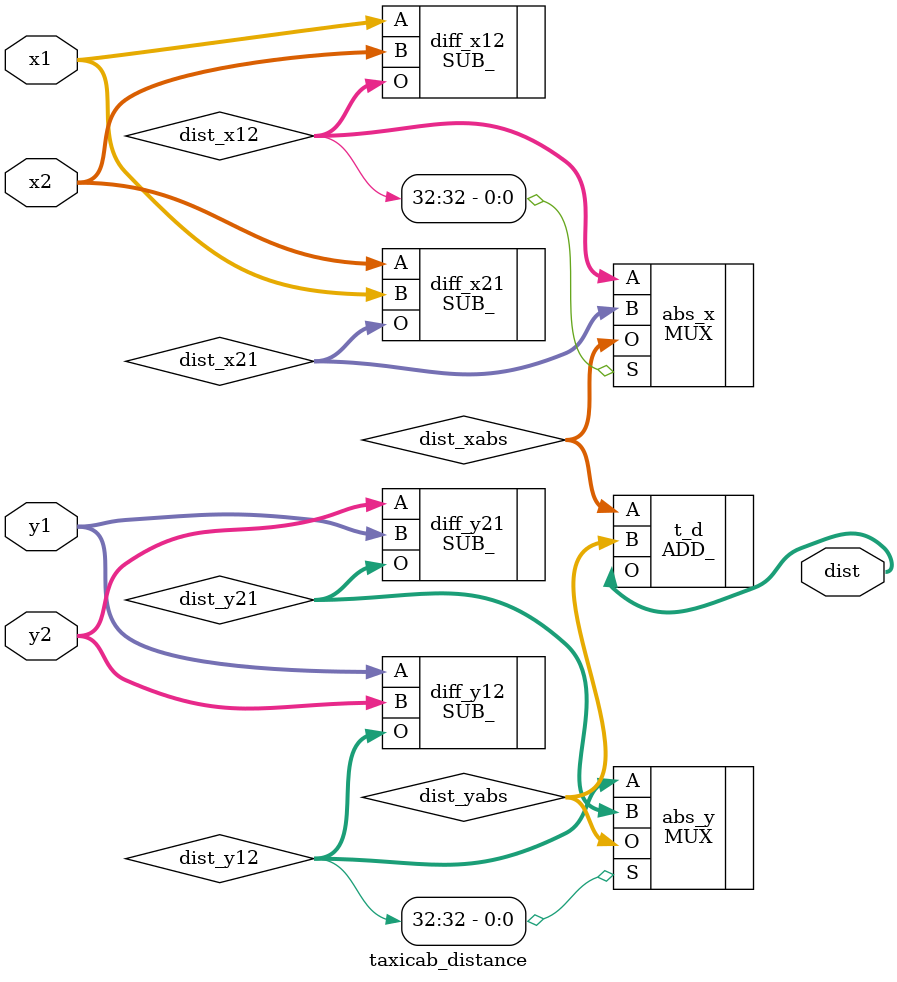
<source format=v>
module taxicab_distance #(parameter N = 32)(
	input [N-1:0] x1, y1, x2, y2,
	output [N+1:0] dist
);

wire signed [N:0] dist_x12, dist_x21, dist_xabs, dist_y12, dist_y21, dist_yabs;

SUB_ #(.N(N)) diff_x12 (.A(x1), .B(x2), .O(dist_x12));
SUB_ #(.N(N)) diff_x21 (.A(x2), .B(x1), .O(dist_x21));
MUX #(.N(N+1)) abs_x (.A(dist_x12), .B(dist_x21), .S(dist_x12[N]), .O(dist_xabs));
SUB_ #(.N(N)) diff_y12 (.A(y1), .B(y2), .O(dist_y12));
SUB_ #(.N(N)) diff_y21 (.A(y2), .B(y1), .O(dist_y21));
MUX #(.N(N+1)) abs_y (.A(dist_y12), .B(dist_y21), .S(dist_y12[N]), .O(dist_yabs));
ADD_ #(.N(N+1))t_d (.A(dist_xabs), .B(dist_yabs), .O(dist));

endmodule 

</source>
